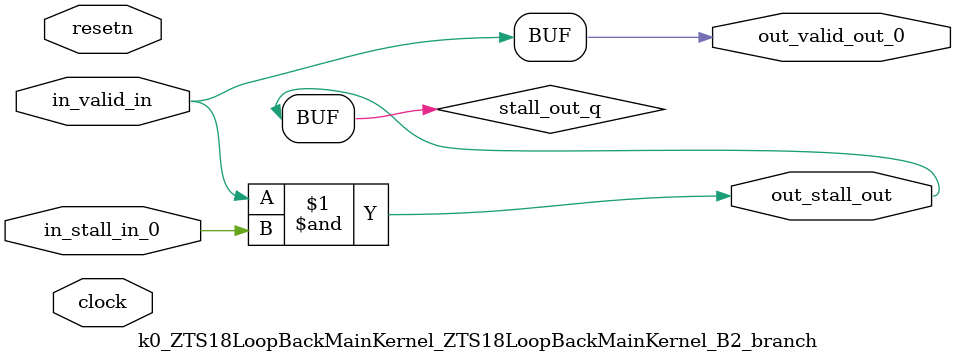
<source format=sv>



(* altera_attribute = "-name AUTO_SHIFT_REGISTER_RECOGNITION OFF; -name MESSAGE_DISABLE 10036; -name MESSAGE_DISABLE 10037; -name MESSAGE_DISABLE 14130; -name MESSAGE_DISABLE 14320; -name MESSAGE_DISABLE 15400; -name MESSAGE_DISABLE 14130; -name MESSAGE_DISABLE 10036; -name MESSAGE_DISABLE 12020; -name MESSAGE_DISABLE 12030; -name MESSAGE_DISABLE 12010; -name MESSAGE_DISABLE 12110; -name MESSAGE_DISABLE 14320; -name MESSAGE_DISABLE 13410; -name MESSAGE_DISABLE 113007; -name MESSAGE_DISABLE 10958" *)
module k0_ZTS18LoopBackMainKernel_ZTS18LoopBackMainKernel_B2_branch (
    input wire [0:0] in_stall_in_0,
    input wire [0:0] in_valid_in,
    output wire [0:0] out_stall_out,
    output wire [0:0] out_valid_out_0,
    input wire clock,
    input wire resetn
    );

    wire [0:0] stall_out_q;


    // stall_out(LOGICAL,6)
    assign stall_out_q = in_valid_in & in_stall_in_0;

    // out_stall_out(GPOUT,4)
    assign out_stall_out = stall_out_q;

    // out_valid_out_0(GPOUT,5)
    assign out_valid_out_0 = in_valid_in;

endmodule

</source>
